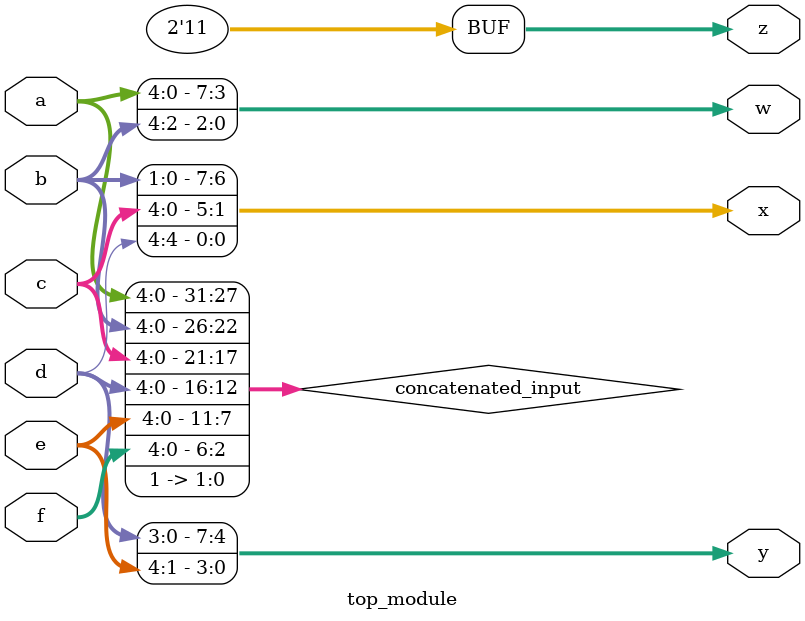
<source format=sv>
module top_module (
	input [4:0] a,
	input [4:0] b,
	input [4:0] c,
	input [4:0] d,
	input [4:0] e,
	input [4:0] f,
	output [7:0] w,
	output [7:0] x,
	output [7:0] y,
	output [7:8] z
);

	// Concatenate inputs a, b, c, d, e, f to form a 30-bit vector and append two 1 bits to make it 32 bits
	wire [31:0] concatenated_input = {a, b, c, d, e, f, 2'b11};

	// Split concatenated_input into four 8-bit outputs
	assign w = concatenated_input[31:24];
	assign x = concatenated_input[23:16];
	assign y = concatenated_input[15:8];
	assign z = concatenated_input[7:0];

endmodule

</source>
